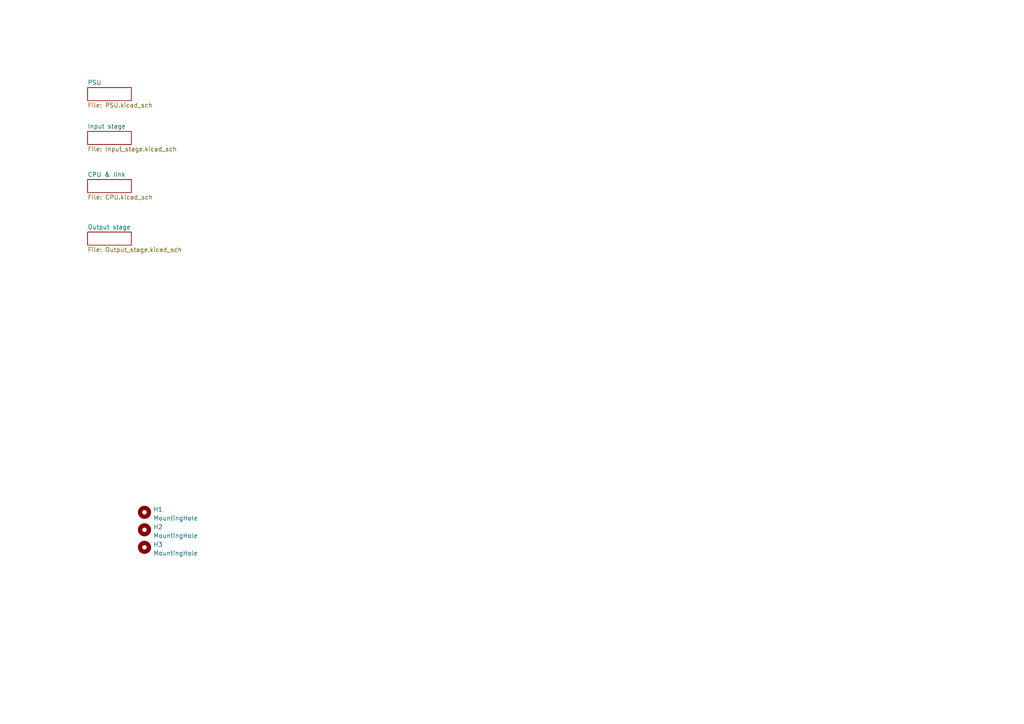
<source format=kicad_sch>
(kicad_sch (version 20211123) (generator eeschema)
  (paper "A4")
  (title_block (title "MK312 root sheet") (date "2022-08-01") (rev "1.3-Chi"))
  (lib_symbols
    (symbol "Mechanical:MountingHole" (pin_names (offset 1.016))
      (property "Reference" "H" (at 0 5.08 0))
      (property "Value" "MountingHole" (at 0 3.175 0))
      (symbol "MountingHole_0_1"
        (circle (center 0 0) (radius 1.27) (stroke (width 1.27)))
      )
    )
  )
  (symbol (lib_id "Mechanical:MountingHole") (at 41.91 153.67 0) (unit 1)
    (property "Reference" "H2" (at 44.45 152.8353 0) (effects (justify left)))
    (property "Value" "MountingHole" (at 44.45 155.3722 0) (effects (justify left)))
    (property "Footprint" "MountingHole:MountingHole_2.7mm_M2.5" (effects hide))
  )
  (symbol (lib_id "Mechanical:MountingHole") (at 41.91 158.75 0) (unit 1)
    (property "Reference" "H3" (at 44.45 157.9153 0) (effects (justify left)))
    (property "Value" "MountingHole" (at 44.45 160.4522 0) (effects (justify left)))
    (property "Footprint" "MountingHole:MountingHole_2.7mm_M2.5" (effects hide))
  )
  (symbol (lib_id "Mechanical:MountingHole") (at 41.91 148.59 0) (unit 1)
    (property "Reference" "H1" (at 44.45 147.7553 0) (effects (justify left)))
    (property "Value" "MountingHole" (at 44.45 150.2922 0) (effects (justify left)))
    (property "Footprint" "MountingHole:MountingHole_2.7mm_M2.5" (effects hide))
  )
  (sheet (at 25.4 67.31) (size 12.7 3.81)
    (property "Sheet name" "Output stage" (at 25.4 66.5984 0) (effects (justify left bottom)))
    (property "Sheet file" "Output_stage.kicad_sch" (at 25.4 71.7046 0) (effects (justify left top)))
  )
  (sheet (at 25.4 38.1) (size 12.7 3.81)
    (property "Sheet name" "Input stage" (at 25.4 37.3884 0) (effects (justify left bottom)))
    (property "Sheet file" "Input_stage.kicad_sch" (at 25.4 42.4946 0) (effects (justify left top)))
  )
  (sheet (at 25.4 25.4) (size 12.7 3.81)
    (property "Sheet name" "PSU" (at 25.4 24.6884 0) (effects (justify left bottom)))
    (property "Sheet file" "PSU.kicad_sch" (at 25.4 29.7946 0) (effects (justify left top)))
  )
  (sheet (at 25.4 52.07) (size 12.7 3.81)
    (property "Sheet name" "CPU & link" (at 25.4 51.3584 0) (effects (justify left bottom)))
    (property "Sheet file" "CPU.kicad_sch" (at 25.4 56.4646 0) (effects (justify left top)))
  )
)
</source>
